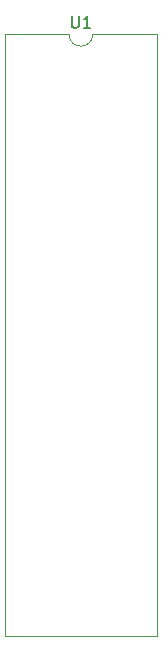
<source format=gbr>
%TF.GenerationSoftware,KiCad,Pcbnew,9.0.4*%
%TF.CreationDate,2026-01-01T00:54:31+01:00*%
%TF.ProjectId,Smart Irrigation System,536d6172-7420-4497-9272-69676174696f,rev?*%
%TF.SameCoordinates,Original*%
%TF.FileFunction,Legend,Top*%
%TF.FilePolarity,Positive*%
%FSLAX46Y46*%
G04 Gerber Fmt 4.6, Leading zero omitted, Abs format (unit mm)*
G04 Created by KiCad (PCBNEW 9.0.4) date 2026-01-01 00:54:31*
%MOMM*%
%LPD*%
G01*
G04 APERTURE LIST*
%ADD10C,0.150000*%
%ADD11C,0.120000*%
G04 APERTURE END LIST*
D10*
X94618095Y-54864819D02*
X94618095Y-55674342D01*
X94618095Y-55674342D02*
X94665714Y-55769580D01*
X94665714Y-55769580D02*
X94713333Y-55817200D01*
X94713333Y-55817200D02*
X94808571Y-55864819D01*
X94808571Y-55864819D02*
X94999047Y-55864819D01*
X94999047Y-55864819D02*
X95094285Y-55817200D01*
X95094285Y-55817200D02*
X95141904Y-55769580D01*
X95141904Y-55769580D02*
X95189523Y-55674342D01*
X95189523Y-55674342D02*
X95189523Y-54864819D01*
X96189523Y-55864819D02*
X95618095Y-55864819D01*
X95903809Y-55864819D02*
X95903809Y-54864819D01*
X95903809Y-54864819D02*
X95808571Y-55007676D01*
X95808571Y-55007676D02*
X95713333Y-55102914D01*
X95713333Y-55102914D02*
X95618095Y-55150533D01*
D11*
%TO.C,U1*%
X88920000Y-56410000D02*
X88920000Y-107330000D01*
X88920000Y-107330000D02*
X101840000Y-107330000D01*
X94380000Y-56410000D02*
X88920000Y-56410000D01*
X101840000Y-56410000D02*
X96380000Y-56410000D01*
X101840000Y-107330000D02*
X101840000Y-56410000D01*
X96380000Y-56410000D02*
G75*
G02*
X94380000Y-56410000I-1000000J0D01*
G01*
%TD*%
M02*

</source>
